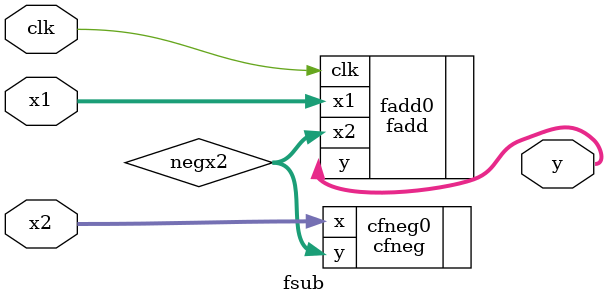
<source format=sv>
module fsub (
    input wire [31:0] x1,
    input wire [31:0] x2,
    output wire [31:0] y,
    input wire clk );

    wire [31:0] negx2;

    cfneg cfneg0(
        .x(x2),
        .y(negx2)
    );

    fadd fadd0 (
        .x1(x1),
        .x2(negx2),
        .y(y),
        .clk(clk)
    );

endmodule

</source>
